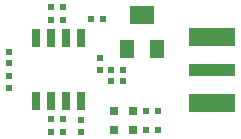
<source format=gbr>
%TF.GenerationSoftware,Altium Limited,Altium Designer,23.5.1 (21)*%
G04 Layer_Color=8421504*
%FSLAX45Y45*%
%MOMM*%
%TF.SameCoordinates,DD9E7470-14DF-4C20-BCD2-90D554482088*%
%TF.FilePolarity,Positive*%
%TF.FileFunction,Paste,Top*%
%TF.Part,Single*%
G01*
G75*
%TA.AperFunction,SMDPad,CuDef*%
%ADD11R,0.60000X0.55000*%
%ADD12R,1.30000X1.60000*%
%ADD13R,2.00000X1.60000*%
%ADD14R,0.80000X0.80000*%
%ADD15R,0.55000X0.60000*%
%ADD16R,0.60000X0.60000*%
%ADD17R,0.60000X0.60000*%
G04:AMPARAMS|DCode=18|XSize=1.55mm|YSize=0.6mm|CornerRadius=0.03mm|HoleSize=0mm|Usage=FLASHONLY|Rotation=90.000|XOffset=0mm|YOffset=0mm|HoleType=Round|Shape=RoundedRectangle|*
%AMROUNDEDRECTD18*
21,1,1.55000,0.54000,0,0,90.0*
21,1,1.49000,0.60000,0,0,90.0*
1,1,0.06000,0.27000,0.74500*
1,1,0.06000,0.27000,-0.74500*
1,1,0.06000,-0.27000,-0.74500*
1,1,0.06000,-0.27000,0.74500*
%
%ADD18ROUNDEDRECTD18*%
%TA.AperFunction,ConnectorPad*%
%ADD19R,4.00000X1.50000*%
%ADD20R,4.00000X1.00000*%
D11*
X376573Y423716D02*
D03*
X276573D02*
D03*
X740001Y-510000D02*
D03*
X840000D02*
D03*
X740001Y-350000D02*
D03*
X840000D02*
D03*
X450000Y-100000D02*
D03*
X550000D02*
D03*
Y0D02*
D03*
X450000D02*
D03*
D12*
X835000Y172500D02*
D03*
X585000D02*
D03*
D13*
X710000Y462500D02*
D03*
D14*
X470000Y-510000D02*
D03*
X630001D02*
D03*
Y-350000D02*
D03*
X470000D02*
D03*
D15*
X-417500Y-152500D02*
D03*
Y-52500D02*
D03*
Y152500D02*
D03*
Y52500D02*
D03*
X350000Y0D02*
D03*
Y100000D02*
D03*
D16*
X36509Y530009D02*
D03*
X-63497D02*
D03*
X36509Y420009D02*
D03*
X-63497D02*
D03*
X-63510Y-530009D02*
D03*
X36497D02*
D03*
X-63510Y-420009D02*
D03*
X36497D02*
D03*
D17*
X190009Y-530010D02*
D03*
Y-430003D02*
D03*
D18*
X-190500Y-270000D02*
D03*
X-63500D02*
D03*
X63500D02*
D03*
X190500D02*
D03*
Y270000D02*
D03*
X63500D02*
D03*
X-63500D02*
D03*
X-190500D02*
D03*
D19*
X1300000Y-279500D02*
D03*
Y279500D02*
D03*
D20*
Y0D02*
D03*
%TF.MD5,7b06ef86085d46c6e3a8f1b50ee5214a*%
M02*

</source>
